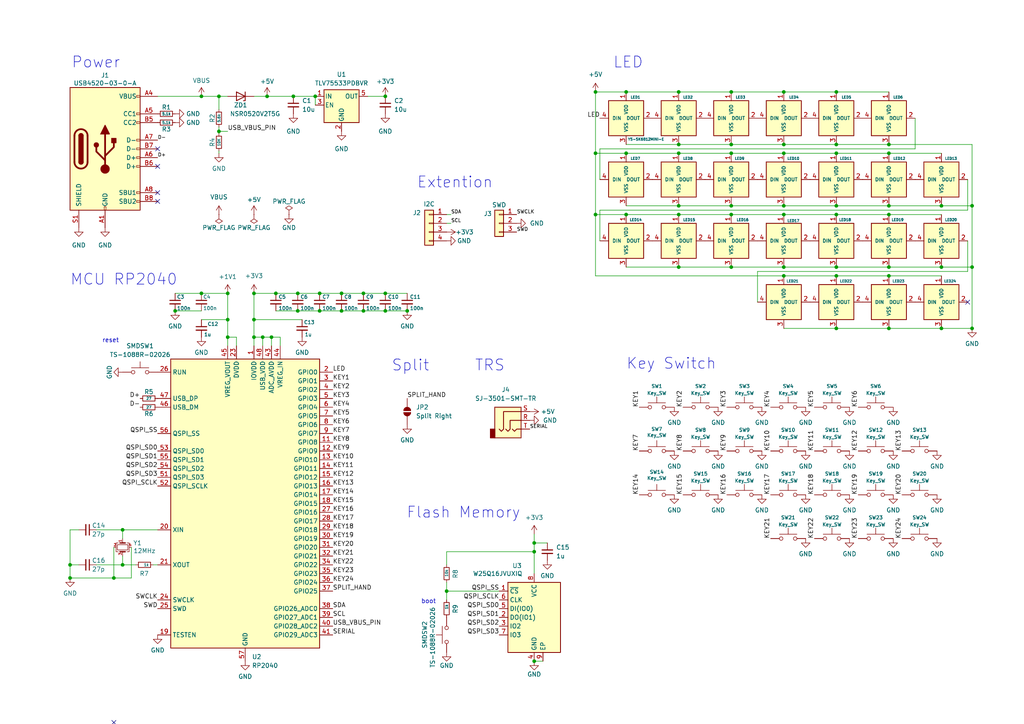
<source format=kicad_sch>
(kicad_sch (version 20250114) (generator "eeschema") (generator_version "9.0")
  (paper "A4")
  (title_block (title "KERIgoKBD v1.1") (date "2025-02-08") (rev "1.1.0") (company "KERI's Lab"))
  (text "Key Switch" (at 181.61 107.442 0) (effects (font (size 3.175 3.175)) (justify left bottom)))
  (text "Extention" (at 120.904 54.864 0) (effects (font (size 3.175 3.175)) (justify left bottom)))
  (text "Power" (at 20.701 20.066 0) (effects (font (size 3.175 3.175)) (justify left bottom)))
  (text "Split" (at 113.538 107.95 0) (effects (font (size 3.175 3.175)) (justify left bottom)))
  (text "boot" (at 126.492 175.26 0) (effects (font (size 1.27 1.27)) (justify right bottom)))
  (text "TRS" (at 137.668 107.95 0) (effects (font (size 3.175 3.175)) (justify left bottom)))
  (text "LED" (at 177.8 20.066 0) (effects (font (size 3.175 3.175)) (justify left bottom)))
  (text "Flash Memory" (at 117.856 150.622 0) (effects (font (size 3.175 3.175)) (justify left bottom)))
  (text "reset" (at 34.544 99.568 0) (effects (font (size 1.27 1.27)) (justify right bottom)))
  (text "MCU RP2040" (at 20.32 83.058 0) (effects (font (size 3.175 3.175)) (justify left bottom)))
  (junction (at 242.57 77.47))
  (junction (at 242.57 80.01))
  (junction (at 35.56 153.67))
  (junction (at 227.33 77.47))
  (junction (at 20.32 167.64))
  (junction (at 196.85 44.45))
  (junction (at 242.57 62.23))
  (junction (at 129.54 171.45))
  (junction (at 242.57 44.45))
  (junction (at 257.81 59.69))
  (junction (at 111.76 90.17))
  (junction (at 154.94 160.02))
  (junction (at 196.85 77.47))
  (junction (at 105.41 90.17))
  (junction (at 111.76 27.94))
  (junction (at 118.11 90.17))
  (junction (at 257.81 41.91))
  (junction (at 257.81 77.47))
  (junction (at 172.72 44.45))
  (junction (at 212.09 26.67))
  (junction (at 92.71 90.17))
  (junction (at 20.32 163.83))
  (junction (at 196.85 59.69))
  (junction (at 76.2 97.79))
  (junction (at 58.42 85.09))
  (junction (at 154.94 157.48))
  (junction (at 77.47 27.94))
  (junction (at 181.61 44.45))
  (junction (at 99.06 90.17))
  (junction (at 242.57 26.67))
  (junction (at 196.85 41.91))
  (junction (at 227.33 80.01))
  (junction (at 242.57 59.69))
  (junction (at 181.61 62.23))
  (junction (at 172.72 26.67))
  (junction (at 35.56 163.83))
  (junction (at 242.57 95.25))
  (junction (at 242.57 41.91))
  (junction (at 154.94 191.77))
  (junction (at 257.81 62.23))
  (junction (at 212.09 41.91))
  (junction (at 196.85 26.67))
  (junction (at 73.66 85.09))
  (junction (at 196.85 62.23))
  (junction (at 111.76 85.09))
  (junction (at 86.36 85.09))
  (junction (at 73.66 97.79))
  (junction (at 212.09 59.69))
  (junction (at 80.01 85.09))
  (junction (at 257.81 44.45))
  (junction (at 227.33 41.91))
  (junction (at 66.04 92.71))
  (junction (at 50.8 90.17))
  (junction (at 33.02 167.64))
  (junction (at 172.72 62.23))
  (junction (at 227.33 44.45))
  (junction (at 63.5 27.94))
  (junction (at 58.42 27.94))
  (junction (at 227.33 26.67))
  (junction (at 273.05 95.25))
  (junction (at 281.94 59.69))
  (junction (at 212.09 62.23))
  (junction (at 99.06 85.09))
  (junction (at 73.66 92.71))
  (junction (at 181.61 26.67))
  (junction (at 91.44 27.94))
  (junction (at 273.05 59.69))
  (junction (at 227.33 62.23))
  (junction (at 273.05 77.47))
  (junction (at 281.94 95.25))
  (junction (at 281.94 77.47))
  (junction (at 63.5 38.1))
  (junction (at 105.41 85.09))
  (junction (at 212.09 77.47))
  (junction (at 85.09 27.94))
  (junction (at 92.71 85.09))
  (junction (at 212.09 44.45))
  (junction (at 257.81 80.01))
  (junction (at 86.36 90.17))
  (junction (at 227.33 59.69))
  (junction (at 66.04 97.79))
  (junction (at 78.74 97.79))
  (junction (at 257.81 95.25))
  (junction (at 66.04 85.09))
  (no_connect (at 33.02 209.55))
  (no_connect (at 280.67 87.63))
  (no_connect (at 45.72 55.88))
  (no_connect (at 45.72 43.18))
  (no_connect (at 45.72 58.42))
  (no_connect (at 45.72 48.26))
  (wire (pts (xy 154.94 191.77) (xy 157.48 191.77)))
  (wire (pts (xy 44.45 163.83) (xy 45.72 163.83)))
  (wire (pts (xy 227.33 59.69) (xy 242.57 59.69)))
  (wire (pts (xy 66.04 85.09) (xy 66.04 92.71)))
  (wire (pts (xy 22.86 153.67) (xy 20.32 153.67)))
  (wire (pts (xy 35.56 156.21) (xy 35.56 153.67)))
  (wire (pts (xy 281.94 41.91) (xy 281.94 59.69)))
  (wire (pts (xy 111.76 90.17) (xy 118.11 90.17)))
  (wire (pts (xy 227.33 44.45) (xy 242.57 44.45)))
  (wire (pts (xy 66.04 92.71) (xy 66.04 97.79)))
  (wire (pts (xy 257.81 62.23) (xy 273.05 62.23)))
  (wire (pts (xy 68.58 100.33) (xy 68.58 97.79)))
  (wire (pts (xy 91.44 27.94) (xy 91.44 30.48)))
  (wire (pts (xy 172.72 80.01) (xy 227.33 80.01)))
  (wire (pts (xy 76.2 97.79) (xy 78.74 97.79)))
  (wire (pts (xy 257.81 80.01) (xy 273.05 80.01)))
  (wire (pts (xy 20.32 163.83) (xy 22.86 163.83)))
  (wire (pts (xy 68.58 97.79) (xy 66.04 97.79)))
  (wire (pts (xy 196.85 77.47) (xy 212.09 77.47)))
  (wire (pts (xy 181.61 59.69) (xy 196.85 59.69)))
  (wire (pts (xy 50.8 85.09) (xy 58.42 85.09)))
  (wire (pts (xy 219.71 78.74) (xy 280.67 78.74)))
  (wire (pts (xy 173.99 43.18) (xy 265.43 43.18)))
  (wire (pts (xy 172.72 62.23) (xy 181.61 62.23)))
  (wire (pts (xy 105.41 85.09) (xy 111.76 85.09)))
  (wire (pts (xy 20.32 167.64) (xy 33.02 167.64)))
  (wire (pts (xy 73.66 85.09) (xy 80.01 85.09)))
  (wire (pts (xy 76.2 97.79) (xy 76.2 100.33)))
  (wire (pts (xy 280.67 69.85) (xy 280.67 78.74)))
  (wire (pts (xy 58.42 85.09) (xy 66.04 85.09)))
  (wire (pts (xy 212.09 59.69) (xy 227.33 59.69)))
  (wire (pts (xy 106.68 27.94) (xy 111.76 27.94)))
  (wire (pts (xy 181.61 44.45) (xy 196.85 44.45)))
  (wire (pts (xy 212.09 44.45) (xy 227.33 44.45)))
  (wire (pts (xy 80.01 90.17) (xy 86.36 90.17)))
  (wire (pts (xy 63.5 38.1) (xy 63.5 38.735)))
  (wire (pts (xy 212.09 26.67) (xy 227.33 26.67)))
  (wire (pts (xy 111.76 85.09) (xy 118.11 85.09)))
  (wire (pts (xy 129.54 171.45) (xy 129.54 173.99)))
  (wire (pts (xy 27.94 163.83) (xy 35.56 163.83)))
  (wire (pts (xy 173.99 60.96) (xy 173.99 69.85)))
  (wire (pts (xy 181.61 26.67) (xy 196.85 26.67)))
  (wire (pts (xy 281.94 77.47) (xy 281.94 95.25)))
  (wire (pts (xy 129.54 163.83) (xy 129.54 160.02)))
  (wire (pts (xy 63.5 43.815) (xy 63.5 44.45)))
  (wire (pts (xy 35.56 163.83) (xy 35.56 161.29)))
  (wire (pts (xy 35.56 153.67) (xy 45.72 153.67)))
  (wire (pts (xy 181.61 62.23) (xy 196.85 62.23)))
  (wire (pts (xy 280.67 60.96) (xy 173.99 60.96)))
  (wire (pts (xy 73.66 85.09) (xy 73.66 92.71)))
  (wire (pts (xy 273.05 77.47) (xy 257.81 77.47)))
  (wire (pts (xy 212.09 41.91) (xy 227.33 41.91)))
  (wire (pts (xy 154.94 154.94) (xy 154.94 157.48)))
  (wire (pts (xy 63.5 27.94) (xy 66.04 27.94)))
  (wire (pts (xy 73.66 92.71) (xy 73.66 97.79)))
  (wire (pts (xy 73.66 97.79) (xy 76.2 97.79)))
  (wire (pts (xy 45.72 27.94) (xy 58.42 27.94)))
  (wire (pts (xy 196.85 44.45) (xy 212.09 44.45)))
  (wire (pts (xy 129.54 160.02) (xy 154.94 160.02)))
  (wire (pts (xy 227.33 41.91) (xy 242.57 41.91)))
  (wire (pts (xy 63.5 38.1) (xy 66.04 38.1)))
  (wire (pts (xy 257.81 95.25) (xy 273.05 95.25)))
  (wire (pts (xy 181.61 41.91) (xy 196.85 41.91)))
  (wire (pts (xy 129.54 171.45) (xy 144.78 171.45)))
  (wire (pts (xy 196.85 41.91) (xy 212.09 41.91)))
  (wire (pts (xy 227.33 77.47) (xy 242.57 77.47)))
  (wire (pts (xy 242.57 44.45) (xy 257.81 44.45)))
  (wire (pts (xy 92.71 90.17) (xy 99.06 90.17)))
  (wire (pts (xy 196.85 62.23) (xy 212.09 62.23)))
  (wire (pts (xy 257.81 59.69) (xy 273.05 59.69)))
  (wire (pts (xy 227.33 26.67) (xy 242.57 26.67)))
  (wire (pts (xy 242.57 59.69) (xy 257.81 59.69)))
  (wire (pts (xy 99.06 90.17) (xy 105.41 90.17)))
  (wire (pts (xy 154.94 160.02) (xy 154.94 166.37)))
  (wire (pts (xy 80.01 85.09) (xy 86.36 85.09)))
  (wire (pts (xy 99.06 85.09) (xy 105.41 85.09)))
  (wire (pts (xy 129.54 168.91) (xy 129.54 171.45)))
  (wire (pts (xy 281.94 95.25) (xy 273.05 95.25)))
  (wire (pts (xy 81.28 97.79) (xy 81.28 100.33)))
  (wire (pts (xy 227.33 62.23) (xy 242.57 62.23)))
  (wire (pts (xy 58.42 92.71) (xy 66.04 92.71)))
  (wire (pts (xy 35.56 163.83) (xy 39.37 163.83)))
  (wire (pts (xy 196.85 26.67) (xy 212.09 26.67)))
  (wire (pts (xy 63.5 36.83) (xy 63.5 38.1)))
  (wire (pts (xy 50.8 90.17) (xy 58.42 90.17)))
  (wire (pts (xy 265.43 34.29) (xy 265.43 43.18)))
  (wire (pts (xy 172.72 80.01) (xy 172.72 62.23)))
  (wire (pts (xy 173.99 43.18) (xy 173.99 52.07)))
  (wire (pts (xy 63.5 27.94) (xy 63.5 31.75)))
  (wire (pts (xy 73.66 27.94) (xy 77.47 27.94)))
  (wire (pts (xy 58.42 27.94) (xy 63.5 27.94)))
  (wire (pts (xy 281.94 59.69) (xy 281.94 77.47)))
  (wire (pts (xy 20.32 163.83) (xy 20.32 167.64)))
  (wire (pts (xy 227.33 95.25) (xy 242.57 95.25)))
  (wire (pts (xy 172.72 26.67) (xy 181.61 26.67)))
  (wire (pts (xy 242.57 62.23) (xy 257.81 62.23)))
  (wire (pts (xy 38.1 167.64) (xy 33.02 167.64)))
  (wire (pts (xy 172.72 44.45) (xy 181.61 44.45)))
  (wire (pts (xy 130.81 62.23) (xy 129.54 62.23)))
  (wire (pts (xy 66.04 97.79) (xy 66.04 100.33)))
  (wire (pts (xy 219.71 78.74) (xy 219.71 87.63)))
  (wire (pts (xy 196.85 59.69) (xy 212.09 59.69)))
  (wire (pts (xy 280.67 52.07) (xy 280.67 60.96)))
  (wire (pts (xy 92.71 85.09) (xy 99.06 85.09)))
  (wire (pts (xy 78.74 97.79) (xy 78.74 100.33)))
  (wire (pts (xy 73.66 92.71) (xy 87.63 92.71)))
  (wire (pts (xy 242.57 80.01) (xy 257.81 80.01)))
  (wire (pts (xy 181.61 77.47) (xy 196.85 77.47)))
  (wire (pts (xy 281.94 77.47) (xy 273.05 77.47)))
  (wire (pts (xy 38.1 158.75) (xy 38.1 167.64)))
  (wire (pts (xy 154.94 157.48) (xy 158.75 157.48)))
  (wire (pts (xy 242.57 41.91) (xy 257.81 41.91)))
  (wire (pts (xy 172.72 44.45) (xy 172.72 26.67)))
  (wire (pts (xy 273.05 59.69) (xy 281.94 59.69)))
  (wire (pts (xy 242.57 26.67) (xy 257.81 26.67)))
  (wire (pts (xy 257.81 41.91) (xy 281.94 41.91)))
  (wire (pts (xy 105.41 90.17) (xy 111.76 90.17)))
  (wire (pts (xy 27.94 153.67) (xy 35.56 153.67)))
  (wire (pts (xy 227.33 80.01) (xy 242.57 80.01)))
  (wire (pts (xy 154.94 157.48) (xy 154.94 160.02)))
  (wire (pts (xy 86.36 85.09) (xy 92.71 85.09)))
  (wire (pts (xy 77.47 27.94) (xy 85.09 27.94)))
  (wire (pts (xy 78.74 97.79) (xy 81.28 97.79)))
  (wire (pts (xy 20.32 153.67) (xy 20.32 163.83)))
  (wire (pts (xy 85.09 27.94) (xy 91.44 27.94)))
  (wire (pts (xy 242.57 77.47) (xy 257.81 77.47)))
  (wire (pts (xy 242.57 95.25) (xy 257.81 95.25)))
  (wire (pts (xy 212.09 62.23) (xy 227.33 62.23)))
  (wire (pts (xy 212.09 77.47) (xy 227.33 77.47)))
  (wire (pts (xy 73.66 97.79) (xy 73.66 100.33)))
  (wire (pts (xy 172.72 62.23) (xy 172.72 44.45)))
  (wire (pts (xy 86.36 90.17) (xy 92.71 90.17)))
  (wire (pts (xy 130.81 64.77) (xy 129.54 64.77)))
  (wire (pts (xy 33.02 158.75) (xy 33.02 167.64)))
  (wire (pts (xy 257.81 44.45) (xy 273.05 44.45)))
  (label "KEY2" (at 96.52 113.03 0))
  (label "D+" (at 45.72 45.72 0) (effects (font (size 1 1))))
  (label "QSPI_SD3" (at 45.72 138.43 180))
  (label "LED" (at 173.99 34.29 180))
  (label "KEY23" (at 248.92 156.21 90))
  (label "SDA" (at 130.81 62.23 0) (effects (font (size 1 1))))
  (label "SWCLK" (at 149.86 62.23 0) (effects (font (size 1.016 1.016))))
  (label "KEY13" (at 261.62 130.81 90))
  (label "QSPI_SD2" (at 144.78 181.61 180))
  (label "QSPI_SD1" (at 144.78 179.07 180))
  (label "KEY11" (at 236.22 130.81 90))
  (label "KEY16" (at 210.82 143.51 90))
  (label "KEY22" (at 236.22 156.21 90))
  (label "KEY24" (at 96.52 168.91 0))
  (label "KEY22" (at 96.52 163.83 0))
  (label "QSPI_SD1" (at 45.72 133.35 180))
  (label "KEY10" (at 96.52 133.35 0))
  (label "SWD" (at 149.86 67.31 0) (effects (font (size 1.016 1.016))))
  (label "KEY23" (at 96.52 166.37 0))
  (label "KEY3" (at 210.82 118.11 90))
  (label "KEY16" (at 96.52 148.59 0))
  (label "SPLIT_HAND" (at 96.52 171.45 0))
  (label "KEY4" (at 96.52 118.11 0))
  (label "QSPI_SCLK" (at 144.78 173.99 180))
  (label "SCL" (at 130.81 64.77 0) (effects (font (size 1 1))))
  (label "KEY15" (at 96.52 146.05 0))
  (label "QSPI_SD2" (at 45.72 135.89 180))
  (label "KEY18" (at 96.52 153.67 0))
  (label "QSPI_SD3" (at 144.78 184.15 180))
  (label "SWCLK" (at 45.72 173.99 180))
  (label "KEY20" (at 261.62 143.51 90))
  (label "KEY12" (at 248.92 130.81 90))
  (label "KEY14" (at 185.42 143.51 90))
  (label "D-" (at 40.64 118.11 180))
  (label "KEY8" (at 96.52 128.27 0))
  (label "KEY7" (at 96.52 125.73 0))
  (label "KEY6" (at 96.52 123.19 0))
  (label "QSPI_SS" (at 144.78 171.45 180))
  (label "KEY19" (at 248.92 143.51 90))
  (label "KEY5" (at 96.52 120.65 0))
  (label "QSPI_SD0" (at 45.72 130.81 180))
  (label "KEY18" (at 236.22 143.51 90))
  (label "KEY15" (at 198.12 143.51 90))
  (label "KEY21" (at 223.52 156.21 90))
  (label "KEY17" (at 96.52 151.13 0))
  (label "KEY1" (at 96.52 110.49 0))
  (label "KEY14" (at 96.52 143.51 0))
  (label "KEY10" (at 223.52 130.81 90))
  (label "KEY11" (at 96.52 135.89 0))
  (label "KEY20" (at 96.52 158.75 0))
  (label "SCL" (at 96.52 179.07 0))
  (label "SERIAL" (at 153.67 124.46 0) (effects (font (size 1 1))))
  (label "KEY7" (at 185.42 130.81 90))
  (label "D+" (at 40.64 115.57 180))
  (label "KEY1" (at 185.42 118.11 90))
  (label "QSPI_SCLK" (at 45.72 140.97 180))
  (label "KEY24" (at 261.62 156.21 90))
  (label "KEY2" (at 198.12 118.11 90))
  (label "KEY8" (at 198.12 130.81 90))
  (label "QSPI_SS" (at 45.72 125.73 180))
  (label "D-" (at 45.72 40.64 0) (effects (font (size 1 1))))
  (label "KEY5" (at 236.22 118.11 90))
  (label "USB_VBUS_PIN" (at 66.04 38.1 0))
  (label "QSPI_SD0" (at 144.78 176.53 180))
  (label "SERIAL" (at 96.52 184.15 0))
  (label "KEY21" (at 96.52 161.29 0))
  (label "KEY13" (at 96.52 140.97 0))
  (label "KEY4" (at 223.52 118.11 90))
  (label "USB_VBUS_PIN" (at 96.52 181.61 0))
  (label "KEY9" (at 210.82 130.81 90))
  (label "KEY9" (at 96.52 130.81 0))
  (label "SDA" (at 96.52 176.53 0))
  (label "KEY19" (at 96.52 156.21 0))
  (label "SWD" (at 45.72 176.53 180))
  (label "LED" (at 96.52 107.95 0))
  (label "KEY3" (at 96.52 115.57 0))
  (label "KEY6" (at 248.92 118.11 90))
  (label "KEY12" (at 96.52 138.43 0))
  (label "KEY17" (at 223.52 143.51 90))
  (label "SPLIT_HAND" (at 118.11 115.57 0))
  (symbol (lib_id "Device:C_Small") (at 99.06 87.63 0) (unit 1)
    (property "Reference" "C8" (at 99.822 86.106 0) (effects (font (size 1.016 1.016)) (justify left)))
    (property "Value" "100n" (at 99.822 89.408 0) (effects (font (size 1.016 1.016)) (justify left)))
    (property "Footprint" "Capacitor_SMD:C_0402_1005Metric" (effects (hide yes)))
  )
  (symbol (lib_id "kbd_local:YS-SK6812MINI-E") (at 227.33 69.85 0) (unit 1)
    (property "Reference" "LED17" (at 228.346 64.008 0) (effects (font (size 0.7366 0.7366)) (justify left)))
    (property "Value" "YS-SK6812MINI-E" (effects (hide yes)))
    (property "Footprint" "kbd_local:YS-SK6812MINI-E-dual" (effects (hide yes)))
  )
  (symbol (lib_id "Device:C_Small") (at 58.42 95.25 0) (unit 1)
    (property "Reference" "C12" (at 60.198 93.98 0) (effects (font (size 1.016 1.016)) (justify left)))
    (property "Value" "1u" (at 59.182 97.028 0) (effects (font (size 1.016 1.016)) (justify left)))
    (property "Footprint" "Capacitor_SMD:C_0402_1005Metric" (effects (hide yes)))
  )
  (symbol (lib_id "Device:C_Small") (at 87.63 95.25 0) (unit 1)
    (property "Reference" "C13" (at 88.138 93.472 0) (effects (font (size 1.016 1.016)) (justify left)))
    (property "Value" "1u" (at 88.392 97.028 0) (effects (font (size 1.016 1.016)) (justify left)))
    (property "Footprint" "Capacitor_SMD:C_0402_1005Metric" (effects (hide yes)))
  )
  (symbol (lib_id "power:+3V3") (at 73.66 85.09 0) (unit 1)
    (property "Reference" "#PWR020" (effects (hide yes)))
    (property "Value" "+3V3" (at 73.66 80.01 0))
  )
  (symbol (lib_id "power:GND") (at 246.38 156.21 0) (unit 1)
    (property "Reference" "#PWR053" (effects (hide yes)))
    (property "Value" "GND" (at 246.38 160.655 0))
  )
  (symbol (lib_name "SW_Push_1") (lib_id "Switch:SW_Push") (at 254 118.11 0) (unit 1)
    (property "Reference" "SW6" (at 254 112.014 0) (effects (font (size 1 1))))
    (property "Value" "Key_SW" (at 254 114.046 0) (effects (font (size 1 1))))
    (property "Footprint" "kbd_local:keyswitch_choc12_hotswap_1u_dual" (effects (hide yes)))
  )
  (symbol (lib_id "Switch:SW_Push") (at 203.2 130.81 0) (unit 1)
    (property "Reference" "SW8" (at 203.2 124.714 0) (effects (font (size 1 1))))
    (property "Value" "Key_SW" (at 203.2 126.746 0) (effects (font (size 1 1))))
    (property "Footprint" "kbd_local:keyswitch_choc12_hotswap_1u_dual" (effects (hide yes)))
  )
  (symbol (lib_id "power:GND") (at 83.82 62.23 0) (unit 1)
    (property "Reference" "#PWR013" (effects (hide yes)))
    (property "Value" "GND" (at 83.82 66.04 0))
  )
  (symbol (lib_id "power:+3V3") (at 154.94 154.94 0) (unit 1)
    (property "Reference" "#PWR051" (effects (hide yes)))
    (property "Value" "+3V3" (at 154.94 150.114 0))
  )
  (symbol (lib_id "power:GND") (at 118.11 123.19 0) (unit 1)
    (property "Reference" "#PWR035" (effects (hide yes)))
    (property "Value" "GND" (at 118.11 127.635 0))
  )
  (symbol (lib_id "Switch:SW_Push") (at 266.7 143.51 0) (unit 1)
    (property "Reference" "SW20" (at 266.7 137.414 0) (effects (font (size 1 1))))
    (property "Value" "Key_SW" (at 266.7 139.446 0) (effects (font (size 1 1))))
    (property "Footprint" "kbd_local:keyswitch_choc12_hotswap_1u_dual" (effects (hide yes)))
  )
  (symbol (lib_id "power:GND") (at 30.48 66.04 0) (unit 1)
    (property "Reference" "#PWR016" (effects (hide yes)))
    (property "Value" "GND" (at 30.48 71.12 0))
  )
  (symbol (lib_id "Switch:SW_Push") (at 215.9 130.81 0) (unit 1)
    (property "Reference" "SW9" (at 215.9 124.714 0) (effects (font (size 1 1))))
    (property "Value" "Key_SW" (at 215.9 126.746 0) (effects (font (size 1 1))))
    (property "Footprint" "kbd_local:keyswitch_choc12_hotswap_1u_dual" (effects (hide yes)))
  )
  (symbol (lib_id "Device:R_Small") (at 43.18 115.57 90) (unit 1)
    (property "Reference" "R5" (at 43.18 113.665 90))
    (property "Value" "27" (at 43.18 115.57 90) (effects (font (size 0.762 0.762))))
    (property "Footprint" "Resistor_SMD:R_0402_1005Metric" (effects (hide yes)))
  )
  (symbol (lib_id "power:GND") (at 271.78 156.21 0) (unit 1)
    (property "Reference" "#PWR055" (effects (hide yes)))
    (property "Value" "GND" (at 271.78 160.655 0))
  )
  (symbol (lib_id "Device:C_Small") (at 80.01 87.63 0) (unit 1)
    (property "Reference" "C5" (at 80.772 86.106 0) (effects (font (size 1.016 1.016)) (justify left)))
    (property "Value" "100n" (at 80.772 89.408 0) (effects (font (size 1.016 1.016)) (justify left)))
    (property "Footprint" "Capacitor_SMD:C_0402_1005Metric" (effects (hide yes)))
  )
  (symbol (lib_id "power:+5V") (at 172.72 26.67 0) (unit 1)
    (property "Reference" "#PWR01" (effects (hide yes)))
    (property "Value" "+5V" (at 172.72 21.59 0))
  )
  (symbol (lib_id "Switch:SW_Push") (at 228.6 130.81 0) (unit 1)
    (property "Reference" "SW10" (at 228.6 124.714 0) (effects (font (size 1 1))))
    (property "Value" "Key_SW" (at 228.6 126.746 0) (effects (font (size 1 1))))
    (property "Footprint" "kbd_local:keyswitch_choc12_hotswap_1u_dual" (effects (hide yes)))
  )
  (symbol (lib_id "Memory_Flash:W25Q32JVZP") (at 154.94 179.07 0) (unit 1)
    (property "Reference" "U3" (at 148.59 164.084 0) (effects (justify left)))
    (property "Value" "W25Q16JVUXIQ" (at 137.16 166.37 0) (effects (justify left)))
    (property "Footprint" "Package_SON:Winbond_USON-8-1EP_3x2mm_P0.5mm_EP0.2x1.6mm" (effects (hide yes)))
    (property "Datasheet" "http://www.winbond.com/resource-files/w25q32jv%20revg%2003272018%20plus.pdf" (effects (hide yes)))
    (property "Description" "32Mb Serial Flash Memory, Standard/Dual/Quad SPI, DFN-8" (effects (hide yes)))
    (property "JLCPCB Part #" "C113767" (effects (hide yes)))
  )
  (symbol (lib_id "power:VBUS") (at 58.42 27.94 0) (unit 1)
    (property "Reference" "#PWR02" (effects (hide yes)))
    (property "Value" "VBUS" (at 58.42 23.368 0))
  )
  (symbol (lib_id "Device:Crystal_GND24_Small") (at 35.56 158.75 270) (unit 1)
    (property "Reference" "Y1" (at 39.878 157.48 90))
    (property "Value" "12MHz" (at 41.91 159.766 90))
    (property "Footprint" "Crystal:Crystal_SMD_3225-4Pin_3.2x2.5mm" (effects (hide yes)))
    (property "Description" "12MHz 18pF ±20ppm SMD3225-4P Crystals ROHS" (effects (hide yes)))
    (property "MFR.Part #" "Q22FA23V0041800" (effects (hide yes)))
    (property "JLCPCB Part #" "C91749" (effects (hide yes)))
  )
  (symbol (lib_id "power:GND") (at 233.68 156.21 0) (unit 1)
    (property "Reference" "#PWR052" (effects (hide yes)))
    (property "Value" "GND" (at 233.68 160.655 0))
  )
  (symbol (lib_id "Switch:SW_Push") (at 254 130.81 0) (unit 1)
    (property "Reference" "SW12" (at 254 124.714 0) (effects (font (size 1 1))))
    (property "Value" "Key_SW" (at 254 126.746 0) (effects (font (size 1 1))))
    (property "Footprint" "kbd_local:keyswitch_choc12_hotswap_1u_dual" (effects (hide yes)))
  )
  (symbol (lib_id "power:GND") (at 45.72 184.15 0) (unit 1)
    (property "Reference" "#PWR058" (effects (hide yes)))
    (property "Value" "GND" (at 45.72 188.595 0))
  )
  (symbol (lib_id "kbd_local:YS-SK6812MINI-E") (at 257.81 34.29 0) (unit 1)
    (property "Reference" "LED6" (at 259.08 28.194 0) (effects (font (size 0.7366 0.7366)) (justify left)))
    (property "Value" "YS-SK6812MINI-E" (effects (hide yes)))
    (property "Footprint" "kbd_local:YS-SK6812MINI-E-dual" (effects (hide yes)))
  )
  (symbol (lib_id "Switch:SW_Push") (at 203.2 118.11 0) (unit 1)
    (property "Reference" "SW2" (at 203.2 112.014 0) (effects (font (size 1 1))))
    (property "Value" "Key_SW" (at 203.2 114.046 0) (effects (font (size 1 1))))
    (property "Footprint" "kbd_local:keyswitch_choc12_hotswap_1u_dual" (effects (hide yes)))
  )
  (symbol (lib_id "Device:C_Small") (at 158.75 160.02 0) (unit 1)
    (property "Reference" "C15" (at 161.29 158.75 0) (effects (justify left)))
    (property "Value" "1u" (at 161.29 161.29 0) (effects (justify left)))
    (property "Footprint" "Capacitor_SMD:C_0402_1005Metric" (effects (hide yes)))
  )
  (symbol (lib_id "power:GND") (at 246.38 118.11 0) (unit 1)
    (property "Reference" "#PWR031" (effects (hide yes)))
    (property "Value" "GND" (at 246.38 122.555 0))
  )
  (symbol (lib_id "power:GND") (at 153.67 121.92 90) (unit 1)
    (property "Reference" "#PWR033" (effects (hide yes)))
    (property "Value" "GND" (at 157.48 121.92 90) (effects (justify right)))
  )
  (symbol (lib_id "power:GND") (at 50.8 90.17 0) (unit 1)
    (property "Reference" "#PWR022" (effects (hide yes)))
    (property "Value" "GND" (at 50.8 94.615 0))
  )
  (symbol (lib_id "Connector_Generic:Conn_01x04") (at 124.46 64.77 0) (mirror y) (unit 1)
    (property "Reference" "J2" (at 120.904 61.722 0))
    (property "Value" "I2C" (at 124.46 59.182 0))
    (property "Footprint" "Connector_PinHeader_1.27mm:PinHeader_1x04_P1.27mm_Vertical" (effects (hide yes)))
  )
  (symbol (lib_id "power:GND") (at 220.98 143.51 0) (unit 1)
    (property "Reference" "#PWR046" (effects (hide yes)))
    (property "Value" "GND" (at 220.98 147.955 0))
  )
  (symbol (lib_id "Connector_Generic:Conn_01x03") (at 144.78 64.77 0) (mirror y) (unit 1)
    (property "Reference" "J3" (at 141.478 61.976 0))
    (property "Value" "SWD" (at 144.78 59.436 0))
    (property "Footprint" "Connector_PinHeader_1.27mm:PinHeader_1x03_P1.27mm_Vertical" (effects (hide yes)))
  )
  (symbol (lib_id "power:+1V1") (at 66.04 85.09 0) (unit 1)
    (property "Reference" "#PWR019" (effects (hide yes)))
    (property "Value" "+1V1" (at 66.04 80.264 0))
  )
  (symbol (lib_id "kbd_local:YS-SK6812MINI-E") (at 181.61 69.85 0) (unit 1)
    (property "Reference" "LED14" (at 182.626 63.754 0) (effects (font (size 0.7366 0.7366)) (justify left)))
    (property "Value" "YS-SK6812MINI-E" (effects (hide yes)))
    (property "Footprint" "kbd_local:YS-SK6812MINI-E-dual" (effects (hide yes)))
  )
  (symbol (lib_id "kbd_local:YS-SK6812MINI-E") (at 196.85 52.07 0) (unit 1)
    (property "Reference" "LED8" (at 198.12 45.974 0) (effects (font (size 0.7366 0.7366)) (justify left)))
    (property "Value" "YS-SK6812MINI-E" (effects (hide yes)))
    (property "Footprint" "kbd_local:YS-SK6812MINI-E-dual" (effects (hide yes)))
  )
  (symbol (lib_id "power:GND") (at 85.09 33.02 0) (unit 1)
    (property "Reference" "#PWR06" (effects (hide yes)))
    (property "Value" "GND" (at 85.09 38.1 0))
  )
  (symbol (lib_id "power:GND") (at 129.54 189.23 0) (unit 1)
    (property "Reference" "#PWR059" (effects (hide yes)))
    (property "Value" "GND" (at 129.54 193.04 0))
  )
  (symbol (lib_id "kbd_local:YS-SK6812MINI-E") (at 257.81 52.07 0) (unit 1)
    (property "Reference" "LED12" (at 259.08 45.974 0) (effects (font (size 0.7366 0.7366)) (justify left)))
    (property "Value" "YS-SK6812MINI-E" (effects (hide yes)))
    (property "Footprint" "kbd_local:YS-SK6812MINI-E-dual" (effects (hide yes)))
  )
  (symbol (lib_id "power:GND") (at 22.86 66.04 0) (unit 1)
    (property "Reference" "#PWR015" (effects (hide yes)))
    (property "Value" "GND" (at 22.86 71.12 0))
  )
  (symbol (lib_id "kbd_local:YS-SK6812MINI-E") (at 181.61 34.29 0) (unit 1)
    (property "Reference" "LED1" (at 182.88 28.194 0) (effects (font (size 0.7366 0.7366)) (justify left)))
    (property "Value" "YS-SK6812MINI-E" (at 182.118 40.386 0) (effects (font (size 0.7366 0.7366)) (justify left)))
    (property "Footprint" "kbd_local:YS-SK6812MINI-E-dual" (effects (hide yes)))
  )
  (symbol (lib_id "power:+5V") (at 73.66 62.23 0) (unit 1)
    (property "Reference" "#PWR012" (effects (hide yes)))
    (property "Value" "+5V" (at 73.66 57.912 0))
  )
  (symbol (lib_id "power:GND") (at 158.75 162.56 0) (unit 1)
    (property "Reference" "#PWR056" (effects (hide yes)))
    (property "Value" "GND" (at 158.75 167.005 0))
  )
  (symbol (lib_id "Switch:SW_Push") (at 228.6 156.21 0) (unit 1)
    (property "Reference" "SW21" (at 228.6 150.114 0) (effects (font (size 1 1))))
    (property "Value" "Key_SW" (at 228.6 152.146 0) (effects (font (size 1 1))))
    (property "Footprint" "kbd_local:keyswitch_choc12_hotswap_1u_dual" (effects (hide yes)))
  )
  (symbol (lib_id "kbd_local:YS-SK6812MINI-E") (at 242.57 52.07 0) (unit 1)
    (property "Reference" "LED11" (at 243.586 45.974 0) (effects (font (size 0.7366 0.7366)) (justify left)))
    (property "Value" "YS-SK6812MINI-E" (effects (hide yes)))
    (property "Footprint" "kbd_local:YS-SK6812MINI-E-dual" (effects (hide yes)))
  )
  (symbol (lib_id "Device:R_Small") (at 129.54 166.37 180) (unit 1)
    (property "Reference" "R8" (at 132.08 165.1 90) (effects (justify left)))
    (property "Value" "10k" (at 129.54 165.1 90) (effects (font (size 0.762 0.762)) (justify left)))
    (property "Footprint" "Resistor_SMD:R_0402_1005Metric" (effects (hide yes)))
    (property "Description" "Resistor, small symbol" (effects (hide yes)))
  )
  (symbol (lib_id "power:GND") (at 50.8 35.56 90) (unit 1)
    (property "Reference" "#PWR08" (effects (hide yes)))
    (property "Value" "GND" (at 53.975 35.56 90) (effects (justify right)))
  )
  (symbol (lib_id "Switch:SW_Push") (at 254 156.21 0) (unit 1)
    (property "Reference" "SW23" (at 254 150.114 0) (effects (font (size 1 1))))
    (property "Value" "Key_SW" (at 254 152.146 0) (effects (font (size 1 1))))
    (property "Footprint" "kbd_local:keyswitch_choc12_hotswap_1u_dual" (effects (hide yes)))
  )
  (symbol (lib_id "Switch:SW_Push") (at 266.7 156.21 0) (unit 1)
    (property "Reference" "SW24" (at 266.7 150.114 0) (effects (font (size 1 1))))
    (property "Value" "Key_SW" (at 266.7 152.146 0) (effects (font (size 1 1))))
    (property "Footprint" "kbd_local:keyswitch_choc12_hotswap_1u_dual" (effects (hide yes)))
  )
  (symbol (lib_id "power:GND") (at 246.38 130.81 0) (unit 1)
    (property "Reference" "#PWR041" (effects (hide yes)))
    (property "Value" "GND" (at 246.38 135.255 0))
  )
  (symbol (lib_id "Device:C_Small") (at 118.11 87.63 0) (unit 1)
    (property "Reference" "C11" (at 118.872 86.106 0) (effects (font (size 1.016 1.016)) (justify left)))
    (property "Value" "100n" (at 118.872 89.408 0) (effects (font (size 1.016 1.016)) (justify left)))
    (property "Footprint" "Capacitor_SMD:C_0402_1005Metric" (effects (hide yes)))
  )
  (symbol (lib_id "kbd_local:YS-SK6812MINI-E") (at 257.81 69.85 0) (unit 1)
    (property "Reference" "LED19" (at 258.572 63.754 0) (effects (font (size 0.7366 0.7366)) (justify left)))
    (property "Value" "YS-SK6812MINI-E" (effects (hide yes)))
    (property "Footprint" "kbd_local:YS-SK6812MINI-E-dual" (effects (hide yes)))
  )
  (symbol (lib_id "kbd_local:YS-SK6812MINI-E") (at 273.05 69.85 0) (unit 1)
    (property "Reference" "LED20" (at 274.066 63.754 0) (effects (font (size 0.7366 0.7366)) (justify left)))
    (property "Value" "YS-SK6812MINI-E" (effects (hide yes)))
    (property "Footprint" "kbd_local:YS-SK6812MINI-E-dual" (effects (hide yes)))
  )
  (symbol (lib_id "Switch:SW_Push") (at 129.54 184.15 90) (unit 1)
    (property "Reference" "SMDSW2" (at 123.19 180.086 0) (effects (justify right)))
    (property "Value" "TS-1088R-02026" (at 125.476 176.022 0) (effects (justify right)))
    (property "Footprint" "Connector_PinHeader_1.27mm:PinHeader_1x02_P1.27mm_Vertical" (effects (hide yes)))
    (property "JLCPCB Part #" "C455280" (effects (hide yes)))
  )
  (symbol (lib_id "power:GND") (at 111.76 33.02 0) (unit 1)
    (property "Reference" "#PWR07" (effects (hide yes)))
    (property "Value" "GND" (at 111.76 38.1 0))
  )
  (symbol (lib_id "power:GND") (at 233.68 118.11 0) (unit 1)
    (property "Reference" "#PWR030" (effects (hide yes)))
    (property "Value" "GND" (at 233.68 122.555 0))
  )
  (symbol (lib_id "power:GND") (at 208.28 130.81 0) (unit 1)
    (property "Reference" "#PWR038" (effects (hide yes)))
    (property "Value" "GND" (at 208.28 135.255 0))
  )
  (symbol (lib_id "kbd_local:YS-SK6812MINI-E") (at 196.85 34.29 0) (unit 1)
    (property "Reference" "LED2" (at 198.12 28.194 0) (effects (font (size 0.7366 0.7366)) (justify left)))
    (property "Value" "YS-SK6812MINI-E" (effects (hide yes)))
    (property "Footprint" "kbd_local:YS-SK6812MINI-E-dual" (effects (hide yes)))
  )
  (symbol (lib_id "power:GND") (at 149.86 64.77 90) (mirror x) (unit 1)
    (property "Reference" "#PWR014" (effects (hide yes)))
    (property "Value" "GND" (at 153.67 64.77 90) (effects (justify right)))
  )
  (symbol (lib_id "power:GND") (at 35.56 107.95 270) (unit 1)
    (property "Reference" "#PWR026" (effects (hide yes)))
    (property "Value" "GND" (at 31.75 107.95 0))
  )
  (symbol (lib_id "kbd_local:YS-SK6812MINI-E") (at 242.57 87.63 0) (unit 1)
    (property "Reference" "LED22" (at 243.586 81.534 0) (effects (font (size 0.7366 0.7366)) (justify left)))
    (property "Value" "YS-SK6812MINI-E" (effects (hide yes)))
    (property "Footprint" "kbd_local:YS-SK6812MINI-E-dual" (effects (hide yes)))
  )
  (symbol (lib_id "kbd_local:YS-SK6812MINI-E") (at 273.05 52.07 0) (unit 1)
    (property "Reference" "LED13" (at 274.066 45.974 0) (effects (font (size 0.7366 0.7366)) (justify left)))
    (property "Value" "YS-SK6812MINI-E" (effects (hide yes)))
    (property "Footprint" "kbd_local:YS-SK6812MINI-E-dual" (effects (hide yes)))
  )
  (symbol (lib_id "power:GND") (at 71.12 191.77 0) (unit 1)
    (property "Reference" "#PWR060" (effects (hide yes)))
    (property "Value" "GND" (at 71.12 196.215 0))
  )
  (symbol (lib_id "power:GND") (at 129.54 69.85 90) (mirror x) (unit 1)
    (property "Reference" "#PWR018" (effects (hide yes)))
    (property "Value" "GND" (at 134.62 69.85 90))
  )
  (symbol (lib_id "kbd_local:YS-SK6812MINI-E") (at 273.05 87.63 0) (unit 1)
    (property "Reference" "LED24" (at 273.812 81.534 0) (effects (font (size 0.7366 0.7366)) (justify left)))
    (property "Value" "YS-SK6812MINI-E" (effects (hide yes)))
    (property "Footprint" "kbd_local:YS-SK6812MINI-E-dual" (effects (hide yes)))
  )
  (symbol (lib_id "Switch:SW_Push") (at 215.9 143.51 0) (unit 1)
    (property "Reference" "SW16" (at 215.9 137.414 0) (effects (font (size 1 1))))
    (property "Value" "Key_SW" (at 215.9 139.446 0) (effects (font (size 1 1))))
    (property "Footprint" "kbd_local:keyswitch_choc12_hotswap_1u_dual" (effects (hide yes)))
  )
  (symbol (lib_id "Device:C_Small") (at 86.36 87.63 0) (unit 1)
    (property "Reference" "C6" (at 87.122 86.106 0) (effects (font (size 1.016 1.016)) (justify left)))
    (property "Value" "100n" (at 87.122 89.408 0) (effects (font (size 1.016 1.016)) (justify left)))
    (property "Footprint" "Capacitor_SMD:C_0402_1005Metric" (effects (hide yes)))
  )
  (symbol (lib_id "power:GND") (at 220.98 118.11 0) (unit 1)
    (property "Reference" "#PWR029" (effects (hide yes)))
    (property "Value" "GND" (at 220.98 122.555 0))
  )
  (symbol (lib_id "power:GND") (at 281.94 95.25 0) (unit 1)
    (property "Reference" "#PWR021" (effects (hide yes)))
    (property "Value" "GND" (at 281.94 99.695 0))
  )
  (symbol (lib_id "Switch:SW_Push") (at 228.6 118.11 0) (unit 1)
    (property "Reference" "SW4" (at 228.6 112.014 0) (effects (font (size 1 1))))
    (property "Value" "Key_SW" (at 228.6 114.046 0) (effects (font (size 1 1))))
    (property "Footprint" "kbd_local:keyswitch_choc12_hotswap_1u_dual" (effects (hide yes)))
  )
  (symbol (lib_id "Device:R_Small") (at 48.26 33.02 270) (unit 1)
    (property "Reference" "R1" (at 48.26 31.115 90))
    (property "Value" "5.1k" (at 48.26 33.02 90) (effects (font (size 0.762 0.762))))
    (property "Footprint" "Resistor_SMD:R_0402_1005Metric" (effects (hide yes)))
  )
  (symbol (lib_id "kbd_local:YS-SK6812MINI-E") (at 212.09 52.07 0) (unit 1)
    (property "Reference" "LED9" (at 213.106 45.974 0) (effects (font (size 0.7366 0.7366)) (justify left)))
    (property "Value" "YS-SK6812MINI-E" (effects (hide yes)))
    (property "Footprint" "kbd_local:YS-SK6812MINI-E-dual" (effects (hide yes)))
  )
  (symbol (lib_id "power:GND") (at 99.06 38.1 0) (unit 1)
    (property "Reference" "#PWR09" (effects (hide yes)))
    (property "Value" "GND" (at 99.06 43.18 0))
  )
  (symbol (lib_id "power:VBUS") (at 63.5 62.23 0) (unit 1)
    (property "Reference" "#PWR011" (effects (hide yes)))
    (property "Value" "VBUS" (at 63.5 57.15 0))
  )
  (symbol (lib_id "Switch:SW_Push") (at 241.3 130.81 0) (unit 1)
    (property "Reference" "SW11" (at 241.3 124.714 0) (effects (font (size 1 1))))
    (property "Value" "Key_SW" (at 241.3 126.746 0) (effects (font (size 1 1))))
    (property "Footprint" "kbd_local:keyswitch_choc12_hotswap_1u_dual" (effects (hide yes)))
  )
  (symbol (lib_id "Jumper:SolderJumper_2_Open") (at 118.11 119.38 90) (unit 1) (exclude_from_sim yes) (in_bom no)
    (property "Reference" "JP2" (at 120.65 118.1099 90) (effects (justify right)))
    (property "Value" "Split Right" (at 120.65 120.6499 90) (effects (justify right)))
    (property "Footprint" "Jumper:SolderJumper-2_P1.3mm_Open_TrianglePad1.0x1.5mm" (effects (hide yes)))
    (property "Description" "Solder Jumper, 2-pole, open" (effects (hide yes)))
  )
  (symbol (lib_id "Regulator_Linear:TLV70012_SOT23-5") (at 99.06 30.48 0) (unit 1)
    (property "Reference" "U1" (at 99.06 21.59 0))
    (property "Value" "TLV75533PDBVR" (at 99.06 24.13 0))
    (property "Footprint" "Package_TO_SOT_SMD:SOT-23-5" (effects (hide yes)))
    (property "Datasheet" "http://www.ti.com/lit/ds/symlink/tlv700.pdf" (effects (hide yes)))
    (property "Description" "200mA Low Dropout Voltage Regulator, Fixed Output 1.2V, SOT-23-5" (effects (hide yes)))
  )
  (symbol (lib_id "kbd_local:YS-SK6812MINI-E") (at 227.33 34.29 0) (unit 1)
    (property "Reference" "LED4" (at 228.854 28.194 0) (effects (font (size 0.7366 0.7366)) (justify left)))
    (property "Value" "YS-SK6812MINI-E" (effects (hide yes)))
    (property "Footprint" "kbd_local:YS-SK6812MINI-E-dual" (effects (hide yes)))
  )
  (symbol (lib_id "kbd_local:YS-SK6812MINI-E") (at 257.81 87.63 0) (unit 1)
    (property "Reference" "LED23" (at 258.826 81.534 0) (effects (font (size 0.7366 0.7366)) (justify left)))
    (property "Value" "YS-SK6812MINI-E" (effects (hide yes)))
    (property "Footprint" "kbd_local:YS-SK6812MINI-E-dual" (effects (hide yes)))
  )
  (symbol (lib_id "Device:C_Small") (at 105.41 87.63 0) (unit 1)
    (property "Reference" "C9" (at 106.172 86.106 0) (effects (font (size 1.016 1.016)) (justify left)))
    (property "Value" "100n" (at 106.172 89.408 0) (effects (font (size 1.016 1.016)) (justify left)))
    (property "Footprint" "Capacitor_SMD:C_0402_1005Metric" (effects (hide yes)))
  )
  (symbol (lib_id "Diode:ESD5Zxx") (at 69.85 27.94 180) (unit 1)
    (property "Reference" "ZD1" (at 71.755 30.48 0) (effects (justify left)))
    (property "Value" "NSR0520V2T5G" (at 81.28 33.02 0) (effects (justify left)))
    (property "Footprint" "Diode_SMD:D_SOD-523" (effects (hide yes)))
    (property "JLCPCB Part #" "C145179" (effects (hide yes)))
  )
  (symbol (lib_id "kbd_local:YS-SK6812MINI-E") (at 227.33 52.07 0) (unit 1)
    (property "Reference" "LED10" (at 228.346 45.974 0) (effects (font (size 0.7366 0.7366)) (justify left)))
    (property "Value" "YS-SK6812MINI-E" (effects (hide yes)))
    (property "Footprint" "kbd_local:YS-SK6812MINI-E-dual" (effects (hide yes)))
  )
  (symbol (lib_id "Device:C_Small") (at 58.42 87.63 0) (unit 1)
    (property "Reference" "C4" (at 58.928 86.106 0) (effects (font (size 1.016 1.016)) (justify left)))
    (property "Value" "100n" (at 58.928 89.408 0) (effects (font (size 1.016 1.016)) (justify left)))
    (property "Footprint" "Capacitor_SMD:C_0402_1005Metric" (effects (hide yes)))
  )
  (symbol (lib_id "Connector_Audio:AudioJack3") (at 148.59 121.92 0) (unit 1)
    (property "Reference" "J4" (at 146.685 113.03 0))
    (property "Value" "SJ-3501-SMT-TR" (at 146.685 115.57 0))
    (property "Footprint" "kbd_local:PJ-398A-5A_PJ-399B-6A-dual" (effects (hide yes)))
    (property "JLCPCB Part #" "C128994" (effects (hide yes)))
  )
  (symbol (lib_id "power:GND") (at 20.32 167.64 0) (unit 1)
    (property "Reference" "#PWR057" (effects (hide yes)))
    (property "Value" "GND" (at 20.32 172.085 0))
  )
  (symbol (lib_id "Switch:SW_Push") (at 241.3 156.21 0) (unit 1)
    (property "Reference" "SW22" (at 241.3 150.114 0) (effects (font (size 1 1))))
    (property "Value" "Key_SW" (at 241.3 152.146 0) (effects (font (size 1 1))))
    (property "Footprint" "kbd_local:keyswitch_choc12_hotswap_1u_dual" (effects (hide yes)))
  )
  (symbol (lib_id "power:GND") (at 50.8 33.02 90) (unit 1)
    (property "Reference" "#PWR05" (effects (hide yes)))
    (property "Value" "GND" (at 53.975 33.02 90) (effects (justify right)))
  )
  (symbol (lib_id "power:PWR_FLAG") (at 63.5 62.23 180) (unit 1)
    (property "Reference" "#FLG01" (effects (hide yes)))
    (property "Value" "PWR_FLAG" (at 63.5 66.04 0))
  )
  (symbol (lib_id "Switch:SW_Push") (at 228.6 143.51 0) (unit 1)
    (property "Reference" "SW17" (at 228.6 137.414 0) (effects (font (size 1 1))))
    (property "Value" "Key_SW" (at 228.6 139.446 0) (effects (font (size 1 1))))
    (property "Footprint" "kbd_local:keyswitch_choc12_hotswap_1u_dual" (effects (hide yes)))
  )
  (symbol (lib_id "Switch:SW_Push") (at 241.3 118.11 0) (unit 1)
    (property "Reference" "SW5" (at 241.3 112.014 0) (effects (font (size 1 1))))
    (property "Value" "Key_SW" (at 241.3 114.046 0) (effects (font (size 1 1))))
    (property "Footprint" "kbd_local:keyswitch_choc12_hotswap_1u_dual" (effects (hide yes)))
  )
  (symbol (lib_id "power:GND") (at 271.78 130.81 0) (unit 1)
    (property "Reference" "#PWR043" (effects (hide yes)))
    (property "Value" "GND" (at 271.78 135.255 0))
  )
  (symbol (lib_id "Device:C_Small") (at 85.09 30.48 0) (unit 1)
    (property "Reference" "C1" (at 87.63 29.21 0) (effects (justify left)))
    (property "Value" "10u" (at 87.63 31.75 0) (effects (justify left)))
    (property "Footprint" "Capacitor_SMD:C_0402_1005Metric" (effects (hide yes)))
  )
  (symbol (lib_id "power:GND") (at 259.08 156.21 0) (unit 1)
    (property "Reference" "#PWR054" (effects (hide yes)))
    (property "Value" "GND" (at 259.08 160.655 0))
  )
  (symbol (lib_id "power:GND") (at 118.11 90.17 0) (unit 1)
    (property "Reference" "#PWR023" (effects (hide yes)))
    (property "Value" "GND" (at 118.11 94.615 0))
  )
  (symbol (lib_id "power:GND") (at 233.68 143.51 0) (unit 1)
    (property "Reference" "#PWR047" (effects (hide yes)))
    (property "Value" "GND" (at 233.68 147.955 0))
  )
  (symbol (lib_id "Switch:SW_Push") (at 266.7 130.81 0) (unit 1)
    (property "Reference" "SW13" (at 266.7 124.714 0) (effects (font (size 1 1))))
    (property "Value" "Key_SW" (at 266.7 126.746 0) (effects (font (size 1 1))))
    (property "Footprint" "kbd_local:keyswitch_choc12_hotswap_1u_dual" (effects (hide yes)))
  )
  (symbol (lib_id "Switch:SW_Push") (at 190.5 118.11 0) (unit 1)
    (property "Reference" "SW1" (at 190.5 112.014 0) (effects (font (size 1 1))))
    (property "Value" "Key_SW" (at 190.5 114.046 0) (effects (font (size 1 1))))
    (property "Footprint" "kbd_local:keyswitch_choc12_hotswap_1u_dual" (effects (hide yes)))
  )
  (symbol (lib_id "Switch:SW_Push") (at 215.9 118.11 0) (unit 1)
    (property "Reference" "SW3" (at 215.9 112.014 0) (effects (font (size 1 1))))
    (property "Value" "Key_SW" (at 215.9 114.046 0) (effects (font (size 1 1))))
    (property "Footprint" "kbd_local:keyswitch_choc12_hotswap_1u_dual" (effects (hide yes)))
  )
  (symbol (lib_id "Switch:SW_Push") (at 190.5 130.81 0) (unit 1)
    (property "Reference" "SW7" (at 190.5 124.46 0) (effects (font (size 1 1))))
    (property "Value" "Key_SW" (at 190.5 126.238 0) (effects (font (size 1 1))))
    (property "Footprint" "kbd_local:keyswitch_choc12_hotswap_1u_dual" (effects (hide yes)))
    (property "Description" "Push button switch, generic, two pins" (effects (hide yes)))
  )
  (symbol (lib_id "power:GND") (at 208.28 143.51 0) (unit 1)
    (property "Reference" "#PWR045" (effects (hide yes)))
    (property "Value" "GND" (at 208.28 147.955 0))
  )
  (symbol (lib_id "power:GND") (at 259.08 130.81 0) (unit 1)
    (property "Reference" "#PWR042" (effects (hide yes)))
    (property "Value" "GND" (at 259.08 135.255 0))
  )
  (symbol (lib_id "power:GND") (at 195.58 143.51 0) (unit 1)
    (property "Reference" "#PWR044" (effects (hide yes)))
    (property "Value" "GND" (at 195.58 147.955 0))
  )
  (symbol (lib_id "power:GND") (at 63.5 44.45 0) (unit 1)
    (property "Reference" "#PWR010" (effects (hide yes)))
    (property "Value" "GND" (at 63.5 48.895 0))
  )
  (symbol (lib_id "power:GND") (at 87.63 97.79 0) (unit 1)
    (property "Reference" "#PWR025" (effects (hide yes)))
    (property "Value" "GND" (at 87.63 102.235 0))
  )
  (symbol (lib_id "Device:C_Small") (at 111.76 87.63 0) (unit 1)
    (property "Reference" "C10" (at 112.522 86.106 0) (effects (font (size 1.016 1.016)) (justify left)))
    (property "Value" "100n" (at 112.522 89.408 0) (effects (font (size 1.016 1.016)) (justify left)))
    (property "Footprint" "Capacitor_SMD:C_0402_1005Metric" (effects (hide yes)))
  )
  (symbol (lib_id "power:GND") (at 195.58 118.11 0) (unit 1)
    (property "Reference" "#PWR027" (effects (hide yes)))
    (property "Value" "GND" (at 195.58 122.555 0))
  )
  (symbol (lib_id "power:PWR_FLAG") (at 83.82 62.23 0) (unit 1)
    (property "Reference" "#FLG03" (effects (hide yes)))
    (property "Value" "PWR_FLAG" (at 83.82 58.42 0))
  )
  (symbol (lib_id "Device:R_Small") (at 129.54 176.53 180) (unit 1)
    (property "Reference" "R9" (at 132.08 175.26 90) (effects (justify left)))
    (property "Value" "1k" (at 129.54 175.26 90) (effects (font (size 0.762 0.762)) (justify left)))
    (property "Footprint" "Resistor_SMD:R_0402_1005Metric" (effects (hide yes)))
    (property "Description" "Resistor, small symbol" (effects (hide yes)))
  )
  (symbol (lib_id "power:GND") (at 246.38 143.51 0) (unit 1)
    (property "Reference" "#PWR048" (effects (hide yes)))
    (property "Value" "GND" (at 246.38 147.955 0))
  )
  (symbol (lib_id "power:GND") (at 208.28 118.11 0) (unit 1)
    (property "Reference" "#PWR028" (effects (hide yes)))
    (property "Value" "GND" (at 208.28 122.555 0))
  )
  (symbol (lib_id "power:GND") (at 271.78 143.51 0) (unit 1)
    (property "Reference" "#PWR050" (effects (hide yes)))
    (property "Value" "GND" (at 271.78 147.955 0))
  )
  (symbol (lib_id "Device:C_Small") (at 25.4 153.67 270) (unit 1)
    (property "Reference" "C14" (at 26.67 152.4 90) (effects (justify left)))
    (property "Value" "27p" (at 26.67 154.94 90) (effects (justify left)))
    (property "Footprint" "Capacitor_SMD:C_0402_1005Metric" (effects (hide yes)))
  )
  (symbol (lib_id "Device:C_Small") (at 50.8 87.63 0) (unit 1)
    (property "Reference" "C3" (at 51.308 86.106 0) (effects (font (size 1.016 1.016)) (justify left)))
    (property "Value" "100n" (at 51.308 89.408 0) (effects (font (size 1.016 1.016)) (justify left)))
    (property "Footprint" "Capacitor_SMD:C_0402_1005Metric" (effects (hide yes)))
  )
  (symbol (lib_id "power:GND") (at 220.98 130.81 0) (unit 1)
    (property "Reference" "#PWR039" (effects (hide yes)))
    (property "Value" "GND" (at 220.98 135.255 0))
  )
  (symbol (lib_id "Device:C_Small") (at 92.71 87.63 0) (unit 1)
    (property "Reference" "C7" (at 93.472 86.106 0) (effects (font (size 1.016 1.016)) (justify left)))
    (property "Value" "100n" (at 93.472 89.408 0) (effects (font (size 1.016 1.016)) (justify left)))
    (property "Footprint" "Capacitor_SMD:C_0402_1005Metric" (effects (hide yes)))
  )
  (symbol (lib_id "Switch:SW_Push") (at 190.5 143.51 0) (unit 1)
    (property "Reference" "SW14" (at 190.5 136.906 0) (effects (font (size 1 1))))
    (property "Value" "Key_SW" (at 190.5 138.684 0) (effects (font (size 1 1))))
    (property "Footprint" "kbd_local:keyswitch_choc12_hotswap_1u_dual" (effects (hide yes)))
    (property "Description" "Push button switch, generic, two pins" (effects (hide yes)))
  )
  (symbol (lib_id "power:PWR_FLAG") (at 73.66 62.23 180) (unit 1)
    (property "Reference" "#FLG02" (effects (hide yes)))
    (property "Value" "PWR_FLAG" (at 73.66 66.04 0))
  )
  (symbol (lib_id "kbd_local:YS-SK6812MINI-E") (at 212.09 34.29 0) (unit 1)
    (property "Reference" "LED3" (at 213.36 28.194 0) (effects (font (size 0.7366 0.7366)) (justify left)))
    (property "Value" "YS-SK6812MINI-E" (effects (hide yes)))
    (property "Footprint" "kbd_local:YS-SK6812MINI-E-dual" (effects (hide yes)))
  )
  (symbol (lib_id "Connector:USB_C_Receptacle_USB2.0") (at 30.48 43.18 0) (unit 1)
    (property "Reference" "J1" (at 30.48 21.844 0))
    (property "Value" "USB4520-03-0-A" (at 30.48 24.13 0))
    (property "Footprint" "kbd_local:TYPE-C-31-M-13C-dual" (effects (hide yes)))
    (property "Datasheet" "https://www.usb.org/sites/default/files/documents/usb_type-c.zip" (effects (hide yes)))
    (property "JLCPCB Part #" "C2848620" (effects (hide yes)))
  )
  (symbol (lib_id "Device:R_Small") (at 63.5 41.275 0) (unit 1)
    (property "Reference" "R4" (at 61.595 41.275 90))
    (property "Value" "10K" (at 63.5 41.275 90) (effects (font (size 0.762 0.762))))
    (property "Footprint" "Resistor_SMD:R_0402_1005Metric" (effects (hide yes)))
  )
  (symbol (lib_id "Switch:SW_Push") (at 241.3 143.51 0) (unit 1)
    (property "Reference" "SW18" (at 241.3 137.414 0) (effects (font (size 1 1))))
    (property "Value" "Key_SW" (at 241.3 139.446 0) (effects (font (size 1 1))))
    (property "Footprint" "kbd_local:keyswitch_choc12_hotswap_1u_dual" (effects (hide yes)))
  )
  (symbol (lib_id "power:GND") (at 154.94 191.77 0) (unit 1)
    (property "Reference" "#PWR061" (effects (hide yes)))
    (property "Value" "GND" (at 154.94 195.58 0))
  )
  (symbol (lib_id "Switch:SW_Push") (at 254 143.51 0) (unit 1)
    (property "Reference" "SW19" (at 254 137.414 0) (effects (font (size 1 1))))
    (property "Value" "Key_SW" (at 254 139.446 0) (effects (font (size 1 1))))
    (property "Footprint" "kbd_local:keyswitch_choc12_hotswap_1u_dual" (effects (hide yes)))
  )
  (symbol (lib_id "kbd_local:YS-SK6812MINI-E") (at 227.33 87.63 0) (unit 1)
    (property "Reference" "LED21" (at 228.092 81.534 0) (effects (font (size 0.7366 0.7366)) (justify left)))
    (property "Value" "YS-SK6812MINI-E" (effects (hide yes)))
    (property "Footprint" "kbd_local:YS-SK6812MINI-E-dual" (effects (hide yes)))
  )
  (symbol (lib_id "power:GND") (at 195.58 130.81 0) (unit 1)
    (property "Reference" "#PWR037" (effects (hide yes)))
    (property "Value" "GND" (at 195.58 135.255 0))
  )
  (symbol (lib_id "power:+5V") (at 77.47 27.94 0) (unit 1)
    (property "Reference" "#PWR03" (effects (hide yes)))
    (property "Value" "+5V" (at 75.438 23.622 0) (effects (justify left)))
  )
  (symbol (lib_id "power:+3V3") (at 129.54 67.31 270) (unit 1)
    (property "Reference" "#PWR017" (effects (hide yes)))
    (property "Value" "+3V3" (at 132.08 67.31 90) (effects (justify left)))
  )
  (symbol (lib_id "MCU_RaspberryPi:RP2040") (at 71.12 146.05 0) (unit 1)
    (property "Reference" "U2" (at 73.0759 190.5 0) (effects (justify left)))
    (property "Value" "RP2040" (at 73.0759 193.04 0) (effects (justify left)))
    (property "Footprint" "kbd_local:QFN-56-1EP_7x7mm_P0.4mm_EP3.2x3.2mm" (effects (hide yes)))
    (property "Datasheet" "https://datasheets.raspberrypi.com/rp2040/rp2040-datasheet.pdf" (effects (hide yes)))
    (property "JLCPCB Part #" "C2040" (effects (hide yes)))
  )
  (symbol (lib_id "kbd_local:YS-SK6812MINI-E") (at 181.61 52.07 0) (unit 1)
    (property "Reference" "LED7" (at 182.88 45.974 0) (effects (font (size 0.7366 0.7366)) (justify left)))
    (property "Value" "YS-SK6812MINI-E" (effects (hide yes)))
    (property "Footprint" "kbd_local:YS-SK6812MINI-E-dual" (effects (hide yes)))
  )
  (symbol (lib_id "kbd_local:YS-SK6812MINI-E") (at 212.09 69.85 0) (unit 1)
    (property "Reference" "LED16" (at 213.614 63.754 0) (effects (font (size 0.7366 0.7366)) (justify left)))
    (property "Value" "YS-SK6812MINI-E" (effects (hide yes)))
    (property "Footprint" "kbd_local:YS-SK6812MINI-E-dual" (effects (hide yes)))
  )
  (symbol (lib_id "Device:R_Small") (at 41.91 163.83 90) (unit 1)
    (property "Reference" "R7" (at 43.18 166.37 90) (effects (justify left)))
    (property "Value" "1k" (at 43.18 163.83 90) (effects (font (size 0.762 0.762)) (justify left)))
    (property "Footprint" "Resistor_SMD:R_0402_1005Metric" (effects (hide yes)))
    (property "Description" "Resistor, small symbol" (effects (hide yes)))
  )
  (symbol (lib_id "power:GND") (at 233.68 130.81 0) (unit 1)
    (property "Reference" "#PWR040" (effects (hide yes)))
    (property "Value" "GND" (at 233.68 135.255 0))
  )
  (symbol (lib_id "Device:C_Small") (at 25.4 163.83 270) (unit 1)
    (property "Reference" "C16" (at 26.67 162.56 90) (effects (justify left)))
    (property "Value" "27p" (at 26.67 165.1 90) (effects (justify left)))
    (property "Footprint" "Capacitor_SMD:C_0402_1005Metric" (effects (hide yes)))
  )
  (symbol (lib_id "Device:R_Small") (at 43.18 118.11 270) (unit 1)
    (property "Reference" "R6" (at 43.18 120.015 90))
    (property "Value" "27" (at 43.18 118.11 90) (effects (font (size 0.762 0.762))))
    (property "Footprint" "Resistor_SMD:R_0402_1005Metric" (effects (hide yes)))
  )
  (symbol (lib_id "power:+5V") (at 153.67 119.38 270) (unit 1)
    (property "Reference" "#PWR036" (effects (hide yes)))
    (property "Value" "+5V" (at 156.845 119.38 90) (effects (justify left)))
  )
  (symbol (lib_id "power:+3V3") (at 111.76 27.94 0) (unit 1)
    (property "Reference" "#PWR04" (effects (hide yes)))
    (property "Value" "+3V3" (at 111.76 23.622 0))
  )
  (symbol (lib_id "Device:C_Small") (at 111.76 30.48 0) (unit 1)
    (property "Reference" "C2" (at 114.3 29.21 0) (effects (justify left)))
    (property "Value" "10u" (at 114.3 31.75 0) (effects (justify left)))
    (property "Footprint" "Capacitor_SMD:C_0402_1005Metric" (effects (hide yes)))
  )
  (symbol (lib_id "power:GND") (at 58.42 97.79 0) (unit 1)
    (property "Reference" "#PWR024" (effects (hide yes)))
    (property "Value" "GND" (at 58.42 102.235 0))
  )
  (symbol (lib_id "Device:R_Small") (at 48.26 35.56 270) (unit 1)
    (property "Reference" "R3" (at 48.26 37.465 90))
    (property "Value" "5.1k" (at 48.26 35.56 90) (effects (font (size 0.762 0.762))))
    (property "Footprint" "Resistor_SMD:R_0402_1005Metric" (effects (hide yes)))
  )
  (symbol (lib_id "power:GND") (at 259.08 118.11 0) (unit 1)
    (property "Reference" "#PWR032" (effects (hide yes)))
    (property "Value" "GND" (at 259.08 122.555 0))
  )
  (symbol (lib_id "kbd_local:YS-SK6812MINI-E") (at 242.57 34.29 0) (unit 1)
    (property "Reference" "LED5" (at 244.094 28.194 0) (effects (font (size 0.7366 0.7366)) (justify left)))
    (property "Value" "YS-SK6812MINI-E" (effects (hide yes)))
    (property "Footprint" "kbd_local:YS-SK6812MINI-E-dual" (effects (hide yes)))
  )
  (symbol (lib_id "kbd_local:YS-SK6812MINI-E") (at 196.85 69.85 0) (unit 1)
    (property "Reference" "LED15" (at 198.12 63.754 0) (effects (font (size 0.7366 0.7366)) (justify left)))
    (property "Value" "YS-SK6812MINI-E" (effects (hide yes)))
    (property "Footprint" "kbd_local:YS-SK6812MINI-E-dual" (effects (hide yes)))
  )
  (symbol (lib_id "kbd_local:YS-SK6812MINI-E") (at 242.57 69.85 0) (unit 1)
    (property "Reference" "LED18" (at 243.332 63.754 0) (effects (font (size 0.7366 0.7366)) (justify left)))
    (property "Value" "YS-SK6812MINI-E" (effects (hide yes)))
    (property "Footprint" "kbd_local:YS-SK6812MINI-E-dual" (effects (hide yes)))
  )
  (symbol (lib_id "Switch:SW_Push") (at 203.2 143.51 0) (unit 1)
    (property "Reference" "SW15" (at 203.2 137.414 0) (effects (font (size 1 1))))
    (property "Value" "Key_SW" (at 203.2 139.446 0) (effects (font (size 1 1))))
    (property "Footprint" "kbd_local:keyswitch_choc12_hotswap_1u_dual" (effects (hide yes)))
  )
  (symbol (lib_id "Device:R_Small") (at 63.5 34.29 0) (unit 1)
    (property "Reference" "R2" (at 61.595 34.29 90))
    (property "Value" "5.6k" (at 63.5 34.29 90) (effects (font (size 0.762 0.762))))
    (property "Footprint" "Resistor_SMD:R_0402_1005Metric" (effects (hide yes)))
  )
  (symbol (lib_id "power:GND") (at 259.08 143.51 0) (unit 1)
    (property "Reference" "#PWR049" (effects (hide yes)))
    (property "Value" "GND" (at 259.08 147.955 0))
  )
  (symbol (lib_id "Switch:SW_Push") (at 40.64 107.95 0) (unit 1)
    (property "Reference" "SMDSW1" (at 40.64 100.33 0))
    (property "Value" "TS-1088R-02026" (at 40.64 102.87 0))
    (property "Footprint" "Connector_PinHeader_1.27mm:PinHeader_1x02_P1.27mm_Vertical" (effects (hide yes)))
    (property "JLCPCB Part #" "C455280" (effects (hide yes)))
  )
)
</source>
